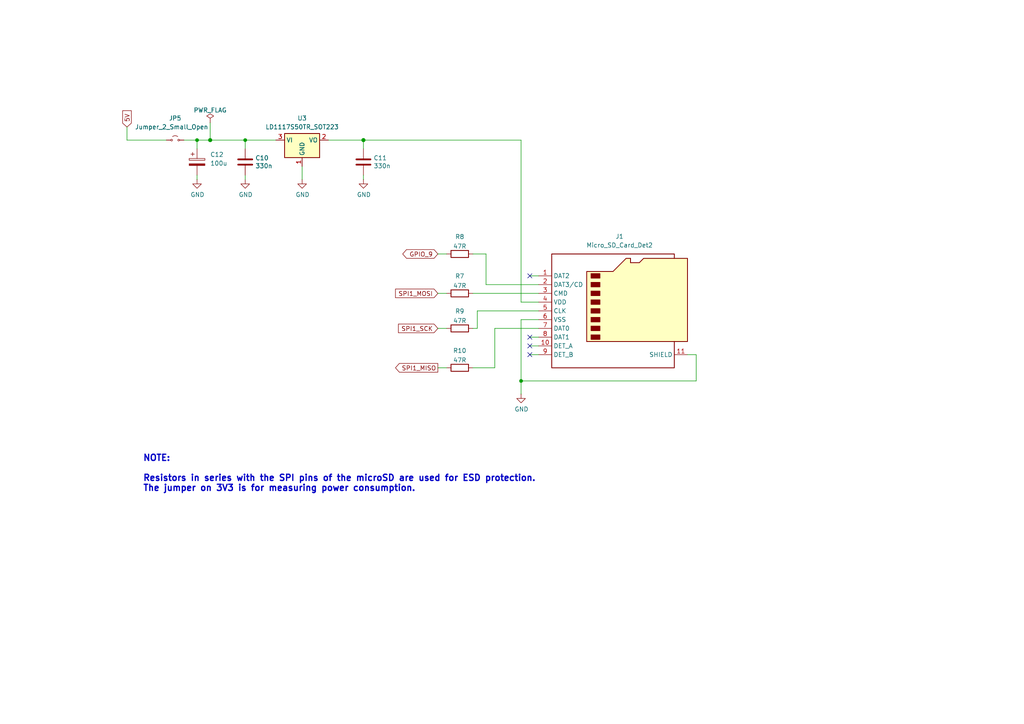
<source format=kicad_sch>
(kicad_sch (version 20250114) (generator "eeschema") (generator_version "9.0")
  (paper "A4")
  (lib_symbols
    (symbol "Connector:Micro_SD_Card_Det2"
      (property "Reference" "J" (at -16.51 17.78 0))
      (property "Value" "Micro_SD_Card_Det2" (at 16.51 17.78 0))
      (symbol "Micro_SD_Card_Det2_0_1"
        (polyline (pts (xy -8.89 -8.89) (xy -8.89 11.43) (xy -1.27 11.43) (xy 2.54 15.24) (xy 3.81 15.24) (xy 3.81 13.97) (xy 6.35 13.97) (xy 7.62 15.24) (xy 20.32 15.24) (xy 20.32 -8.89) (xy -8.89 -8.89)) (stroke (width 0.254)) (fill (type background)))
        (rectangle (start -7.62 10.795) (end -5.08 9.525) (stroke (width 0.254)) (fill (type outline)))
        (rectangle (start -7.62 8.255) (end -5.08 6.985) (stroke (width 0.254)) (fill (type outline)))
        (rectangle (start -7.62 5.715) (end -5.08 4.445) (stroke (width 0.254)) (fill (type outline)))
        (rectangle (start -7.62 3.175) (end -5.08 1.905) (stroke (width 0.254)) (fill (type outline)))
        (rectangle (start -7.62 0.635) (end -5.08 -0.635) (stroke (width 0.254)) (fill (type outline)))
        (rectangle (start -7.62 -1.905) (end -5.08 -3.175) (stroke (width 0.254)) (fill (type outline)))
        (rectangle (start -7.62 -4.445) (end -5.08 -5.715) (stroke (width 0.254)) (fill (type outline)))
        (rectangle (start -7.62 -6.985) (end -5.08 -8.255) (stroke (width 0.254)) (fill (type outline)))
        (polyline (pts (xy 16.51 15.24) (xy 16.51 16.51) (xy -19.05 16.51) (xy -19.05 -16.51) (xy 16.51 -16.51) (xy 16.51 -8.89)) (stroke (width 0.254)))
      )
      (symbol "Micro_SD_Card_Det2_1_1"
        (pin bidirectional line (at -22.86 10.16 0) (length 3.81) (name "DAT2") (number "1"))
        (pin bidirectional line (at -22.86 7.62 0) (length 3.81) (name "DAT3/CD") (number "2"))
        (pin input line (at -22.86 5.08 0) (length 3.81) (name "CMD") (number "3"))
        (pin power_in line (at -22.86 2.54 0) (length 3.81) (name "VDD") (number "4"))
        (pin input line (at -22.86 0 0) (length 3.81) (name "CLK") (number "5"))
        (pin power_in line (at -22.86 -2.54 0) (length 3.81) (name "VSS") (number "6"))
        (pin bidirectional line (at -22.86 -5.08 0) (length 3.81) (name "DAT0") (number "7"))
        (pin bidirectional line (at -22.86 -7.62 0) (length 3.81) (name "DAT1") (number "8"))
        (pin passive line (at -22.86 -10.16 0) (length 3.81) (name "DET_A") (number "10"))
        (pin passive line (at -22.86 -12.7 0) (length 3.81) (name "DET_B") (number "9"))
        (pin passive line (at 20.32 -12.7 180) (length 3.81) (name "SHIELD") (number "11"))
      )
    )
    (symbol "Device:C" (pin_numbers (hide yes)) (pin_names (offset 0.254))
      (property "Reference" "C" (at 0.635 2.54 0))
      (property "Value" "C" (at 0.635 -2.54 0))
      (symbol "C_0_1"
        (polyline (pts (xy -2.032 0.762) (xy 2.032 0.762)) (stroke (width 0.508)))
        (polyline (pts (xy -2.032 -0.762) (xy 2.032 -0.762)) (stroke (width 0.508)))
      )
      (symbol "C_1_1"
        (pin passive line (at 0 3.81 270) (length 2.794) (name "~") (number "1"))
        (pin passive line (at 0 -3.81 90) (length 2.794) (name "~") (number "2"))
      )
    )
    (symbol "Device:C_Polarized" (pin_numbers (hide yes)) (pin_names (offset 0.254))
      (property "Reference" "C" (at 0.635 2.54 0))
      (property "Value" "C_Polarized" (at 0.635 -2.54 0))
      (symbol "C_Polarized_0_1"
        (rectangle (start -2.286 0.508) (end 2.286 1.016))
        (polyline (pts (xy -1.778 2.286) (xy -0.762 2.286)))
        (polyline (pts (xy -1.27 2.794) (xy -1.27 1.778)))
        (rectangle (start 2.286 -0.508) (end -2.286 -1.016) (fill (type outline)))
      )
      (symbol "C_Polarized_1_1"
        (pin passive line (at 0 3.81 270) (length 2.794) (name "~") (number "1"))
        (pin passive line (at 0 -3.81 90) (length 2.794) (name "~") (number "2"))
      )
    )
    (symbol "Device:R" (pin_numbers (hide yes)) (pin_names (offset 0))
      (property "Reference" "R" (at 2.032 0 90))
      (property "Value" "R" (at 0 0 90))
      (symbol "R_0_1"
        (rectangle (start -1.016 -2.54) (end 1.016 2.54) (stroke (width 0.254)))
      )
      (symbol "R_1_1"
        (pin passive line (at 0 3.81 270) (length 1.27) (name "~") (number "1"))
        (pin passive line (at 0 -3.81 90) (length 1.27) (name "~") (number "2"))
      )
    )
    (symbol "Jumper:Jumper_2_Small_Open" (pin_numbers (hide yes)) (pin_names (offset 0) (hide yes)) (exclude_from_sim yes)
      (property "Reference" "JP" (at 0 2.794 0))
      (property "Value" "Jumper_2_Small_Open" (at 0 -2.286 0))
      (symbol "Jumper_2_Small_Open_0_0"
        (circle (center -1.016 0) (radius 0.254))
        (circle (center 1.016 0) (radius 0.254))
      )
      (symbol "Jumper_2_Small_Open_0_1"
        (arc (start -0.762 1.0196) (mid 0 1.2729) (end 0.762 1.0196))
      )
      (symbol "Jumper_2_Small_Open_1_1"
        (pin passive line (at -2.54 0 0) (length 1.27) (name "A") (number "1"))
        (pin passive line (at 2.54 0 180) (length 1.27) (name "B") (number "2"))
      )
    )
    (symbol "Regulator_Linear:LD1117S50TR_SOT223"
      (property "Reference" "U" (at -3.81 3.175 0))
      (property "Value" "LD1117S50TR_SOT223" (at 0 3.175 0))
      (symbol "LD1117S50TR_SOT223_0_1"
        (rectangle (start -5.08 -5.08) (end 5.08 1.905) (stroke (width 0.254)) (fill (type background)))
      )
      (symbol "LD1117S50TR_SOT223_1_1"
        (pin power_in line (at -7.62 0 0) (length 2.54) (name "VI") (number "3"))
        (pin power_in line (at 0 -7.62 90) (length 2.54) (name "GND") (number "1"))
        (pin power_out line (at 7.62 0 180) (length 2.54) (name "VO") (number "2"))
      )
    )
    (symbol "power:GND" (power) (pin_numbers (hide yes)) (pin_names (offset 0) (hide yes))
      (property "Value" "GND" (at 0 -3.81 0))
      (symbol "GND_0_1"
        (polyline (pts (xy 0 0) (xy 0 -1.27) (xy 1.27 -1.27) (xy 0 -2.54) (xy -1.27 -1.27) (xy 0 -1.27)))
      )
      (symbol "GND_1_1"
        (pin power_in line (at 0 0 270) (length 0) (name "~") (number "1"))
      )
    )
    (symbol "power:PWR_FLAG" (power) (pin_numbers (hide yes)) (pin_names (offset 0) (hide yes))
      (property "Value" "PWR_FLAG" (at 0 3.81 0))
      (symbol "PWR_FLAG_0_0"
        (pin power_out line (at 0 0 90) (length 0) (name "~") (number "1"))
      )
      (symbol "PWR_FLAG_0_1"
        (polyline (pts (xy 0 0) (xy 0 1.27) (xy -1.016 1.905) (xy 0 2.54) (xy 1.016 1.905) (xy 0 1.27)))
      )
    )
  )
  (text "NOTE:\n\nResistors in series with the SPI pins of the microSD are used for ESD protection.\nThe jumper on 3V3 is for measuring power consumption." (at 41.402 142.748 0) (effects (font (size 1.8034 1.8034) (thickness 0.3607) (bold yes)) (justify left bottom)))
  (junction (at 71.12 40.64))
  (junction (at 60.96 40.64) (diameter 1.016))
  (junction (at 57.15 40.64))
  (junction (at 105.41 40.64) (diameter 1.016))
  (junction (at 151.13 110.49))
  (no_connect (at 153.67 100.33))
  (no_connect (at 153.67 80.01))
  (no_connect (at 153.67 97.79))
  (no_connect (at 153.67 102.87))
  (wire (pts (xy 71.12 40.64) (xy 80.01 40.64)))
  (wire (pts (xy 105.41 52.07) (xy 105.41 50.8)))
  (wire (pts (xy 53.34 40.64) (xy 57.15 40.64)))
  (wire (pts (xy 57.15 40.64) (xy 60.96 40.64)))
  (wire (pts (xy 156.21 82.55) (xy 140.97 82.55)))
  (wire (pts (xy 105.41 40.64) (xy 105.41 43.18)))
  (wire (pts (xy 143.51 106.68) (xy 137.16 106.68)))
  (wire (pts (xy 153.67 100.33) (xy 156.21 100.33)))
  (wire (pts (xy 151.13 110.49) (xy 151.13 114.3)))
  (wire (pts (xy 60.96 40.64) (xy 71.12 40.64)))
  (wire (pts (xy 153.67 102.87) (xy 156.21 102.87)))
  (wire (pts (xy 87.63 48.26) (xy 87.63 52.07)))
  (wire (pts (xy 127 106.68) (xy 129.54 106.68)))
  (wire (pts (xy 138.43 90.17) (xy 138.43 95.25)))
  (wire (pts (xy 127 95.25) (xy 129.54 95.25)))
  (wire (pts (xy 140.97 73.66) (xy 137.16 73.66)))
  (wire (pts (xy 199.39 102.87) (xy 201.93 102.87)))
  (wire (pts (xy 105.41 40.64) (xy 151.13 40.64)))
  (wire (pts (xy 71.12 40.64) (xy 71.12 43.18)))
  (wire (pts (xy 151.13 40.64) (xy 151.13 87.63)))
  (wire (pts (xy 127 85.09) (xy 129.54 85.09)))
  (wire (pts (xy 95.25 40.64) (xy 105.41 40.64)))
  (wire (pts (xy 127 73.66) (xy 129.54 73.66)))
  (wire (pts (xy 138.43 95.25) (xy 137.16 95.25)))
  (wire (pts (xy 57.15 40.64) (xy 57.15 43.18)))
  (wire (pts (xy 151.13 92.71) (xy 156.21 92.71)))
  (wire (pts (xy 71.12 52.07) (xy 71.12 50.8)))
  (wire (pts (xy 156.21 95.25) (xy 143.51 95.25)))
  (wire (pts (xy 60.96 35.56) (xy 60.96 40.64)))
  (wire (pts (xy 140.97 82.55) (xy 140.97 73.66)))
  (wire (pts (xy 36.83 40.64) (xy 36.83 36.83)))
  (wire (pts (xy 201.93 102.87) (xy 201.93 110.49)))
  (wire (pts (xy 151.13 92.71) (xy 151.13 110.49)))
  (wire (pts (xy 48.26 40.64) (xy 36.83 40.64)))
  (wire (pts (xy 138.43 90.17) (xy 156.21 90.17)))
  (wire (pts (xy 153.67 97.79) (xy 156.21 97.79)))
  (wire (pts (xy 156.21 87.63) (xy 151.13 87.63)))
  (wire (pts (xy 57.15 50.8) (xy 57.15 52.07)))
  (wire (pts (xy 143.51 95.25) (xy 143.51 106.68)))
  (wire (pts (xy 151.13 110.49) (xy 201.93 110.49)))
  (wire (pts (xy 137.16 85.09) (xy 156.21 85.09)))
  (wire (pts (xy 153.67 80.01) (xy 156.21 80.01)))
  (global_label "GPIO_9" (shape bidirectional) (at 127 73.66 180) (property "Intersheetrefs" "${INTERSHEET_REFS}" (effects (hide yes))))
  (global_label "SPI1_MOSI" (shape input) (at 127 85.09 180) (property "Intersheetrefs" "${INTERSHEET_REFS}" (effects (hide yes))))
  (global_label "SPI1_SCK" (shape input) (at 127 95.25 180) (property "Intersheetrefs" "${INTERSHEET_REFS}" (effects (hide yes))))
  (global_label "5V" (shape input) (at 36.83 36.83 90) (property "Intersheetrefs" "${INTERSHEET_REFS}" (effects (hide yes))))
  (global_label "SPI1_MISO" (shape output) (at 127 106.68 180) (property "Intersheetrefs" "${INTERSHEET_REFS}" (effects (hide yes))))
  (symbol (lib_id "Device:R") (at 133.35 85.09 90) (unit 1)
    (property "Reference" "R7" (at 133.35 80.1074 90))
    (property "Value" "47R" (at 133.35 82.8825 90))
    (property "Footprint" "Resistor_SMD:R_0805_2012Metric" (effects (hide yes)))
  )
  (symbol (lib_id "Device:C") (at 71.12 46.99 0) (unit 1)
    (property "Reference" "C10" (at 74.041 45.8216 0) (effects (justify left)))
    (property "Value" "330n" (at 74.041 48.133 0) (effects (justify left)))
    (property "Footprint" "Capacitor_SMD:C_0805_2012Metric" (effects (hide yes)))
  )
  (symbol (lib_id "power:GND") (at 71.12 52.07 0) (unit 1)
    (property "Reference" "#PWR016" (effects (hide yes)))
    (property "Value" "GND" (at 71.247 56.4642 0))
    (property "Description" "Power symbol creates a global label with name \"GND\" , ground" (effects (hide yes)))
  )
  (symbol (lib_id "Device:C") (at 105.41 46.99 0) (unit 1)
    (property "Reference" "C11" (at 108.331 45.8216 0) (effects (justify left)))
    (property "Value" "330n" (at 108.331 48.133 0) (effects (justify left)))
    (property "Footprint" "Capacitor_SMD:C_0805_2012Metric" (effects (hide yes)))
  )
  (symbol (lib_id "power:GND") (at 105.41 52.07 0) (unit 1)
    (property "Reference" "#PWR017" (effects (hide yes)))
    (property "Value" "GND" (at 105.537 56.4642 0))
    (property "Description" "Power symbol creates a global label with name \"GND\" , ground" (effects (hide yes)))
  )
  (symbol (lib_id "power:GND") (at 151.13 114.3 0) (unit 1)
    (property "Reference" "#PWR020" (effects (hide yes)))
    (property "Value" "GND" (at 151.257 118.6942 0))
    (property "Description" "Power symbol creates a global label with name \"GND\" , ground" (effects (hide yes)))
  )
  (symbol (lib_id "Device:R") (at 133.35 95.25 90) (unit 1)
    (property "Reference" "R9" (at 133.35 90.2674 90))
    (property "Value" "47R" (at 133.35 93.0425 90))
    (property "Footprint" "Resistor_SMD:R_0805_2012Metric" (effects (hide yes)))
  )
  (symbol (lib_id "Jumper:Jumper_2_Small_Open") (at 50.8 40.64 0) (unit 1) (exclude_from_sim yes)
    (property "Reference" "JP5" (at 50.8 34.29 0))
    (property "Value" "Jumper_2_Small_Open" (at 49.784 36.83 0))
    (property "Footprint" "Jumper:SolderJumper-2_P1.3mm_Open_TrianglePad1.0x1.5mm" (effects (hide yes)))
    (property "Description" "Jumper, 2-pole, small symbol, open" (effects (hide yes)))
  )
  (symbol (lib_id "Device:C_Polarized") (at 57.15 46.99 0) (unit 1)
    (property "Reference" "C12" (at 60.96 44.8309 0) (effects (justify left)))
    (property "Value" "100u" (at 60.96 47.3709 0) (effects (justify left)))
    (property "Footprint" "Capacitor_SMD:CP_Elec_6.3x5.8" (effects (hide yes)))
    (property "Description" "Polarized capacitor" (effects (hide yes)))
  )
  (symbol (lib_id "Connector:Micro_SD_Card_Det2") (at 179.07 90.17 0) (unit 1)
    (property "Reference" "J1" (at 179.705 68.58 0))
    (property "Value" "Micro_SD_Card_Det2" (at 179.705 71.12 0))
    (property "Footprint" "Connector_Card:SD_TE_2041021" (effects (hide yes)))
    (property "Datasheet" "https://www.hirose.com/en/product/document?clcode=&productname=&series=DM3&documenttype=Catalog&lang=en&documentid=D49662_en" (effects (hide yes)))
    (property "Description" "Micro SD Card Socket with two card detection pins" (effects (hide yes)))
  )
  (symbol (lib_id "Device:R") (at 133.35 106.68 90) (unit 1)
    (property "Reference" "R10" (at 133.35 101.6974 90))
    (property "Value" "47R" (at 133.35 104.4725 90))
    (property "Footprint" "Resistor_SMD:R_0805_2012Metric" (effects (hide yes)))
  )
  (symbol (lib_id "Regulator_Linear:LD1117S50TR_SOT223") (at 87.63 40.64 0) (unit 1)
    (property "Reference" "U3" (at 87.63 34.29 0))
    (property "Value" "LD1117S50TR_SOT223" (at 87.63 36.83 0))
    (property "Footprint" "Package_TO_SOT_SMD:SOT-223" (effects (hide yes)))
    (property "Datasheet" "http://www.st.com/st-web-ui/static/active/en/resource/technical/document/datasheet/CD00000544.pdf" (effects (hide yes)))
    (property "Description" "800mA Fixed Low Drop Positive Voltage Regulator, Fixed Output 5.0V, SOT-223" (effects (hide yes)))
  )
  (symbol (lib_id "Device:R") (at 133.35 73.66 90) (unit 1)
    (property "Reference" "R8" (at 133.35 68.6774 90))
    (property "Value" "47R" (at 133.35 71.4525 90))
    (property "Footprint" "Resistor_SMD:R_0805_2012Metric" (effects (hide yes)))
  )
  (symbol (lib_id "power:GND") (at 87.63 52.07 0) (unit 1)
    (property "Reference" "#PWR018" (effects (hide yes)))
    (property "Value" "GND" (at 87.757 56.4642 0))
    (property "Description" "Power symbol creates a global label with name \"GND\" , ground" (effects (hide yes)))
  )
  (symbol (lib_id "power:PWR_FLAG") (at 60.96 35.56 0) (unit 1)
    (property "Reference" "#FLG07" (effects (hide yes)))
    (property "Value" "PWR_FLAG" (at 60.96 31.9554 0))
    (property "Description" "Special symbol for telling ERC where power comes from" (effects (hide yes)))
  )
  (symbol (lib_id "power:GND") (at 57.15 52.07 0) (unit 1)
    (property "Reference" "#PWR019" (effects (hide yes)))
    (property "Value" "GND" (at 57.277 56.4642 0))
    (property "Description" "Power symbol creates a global label with name \"GND\" , ground" (effects (hide yes)))
  )
)
</source>
